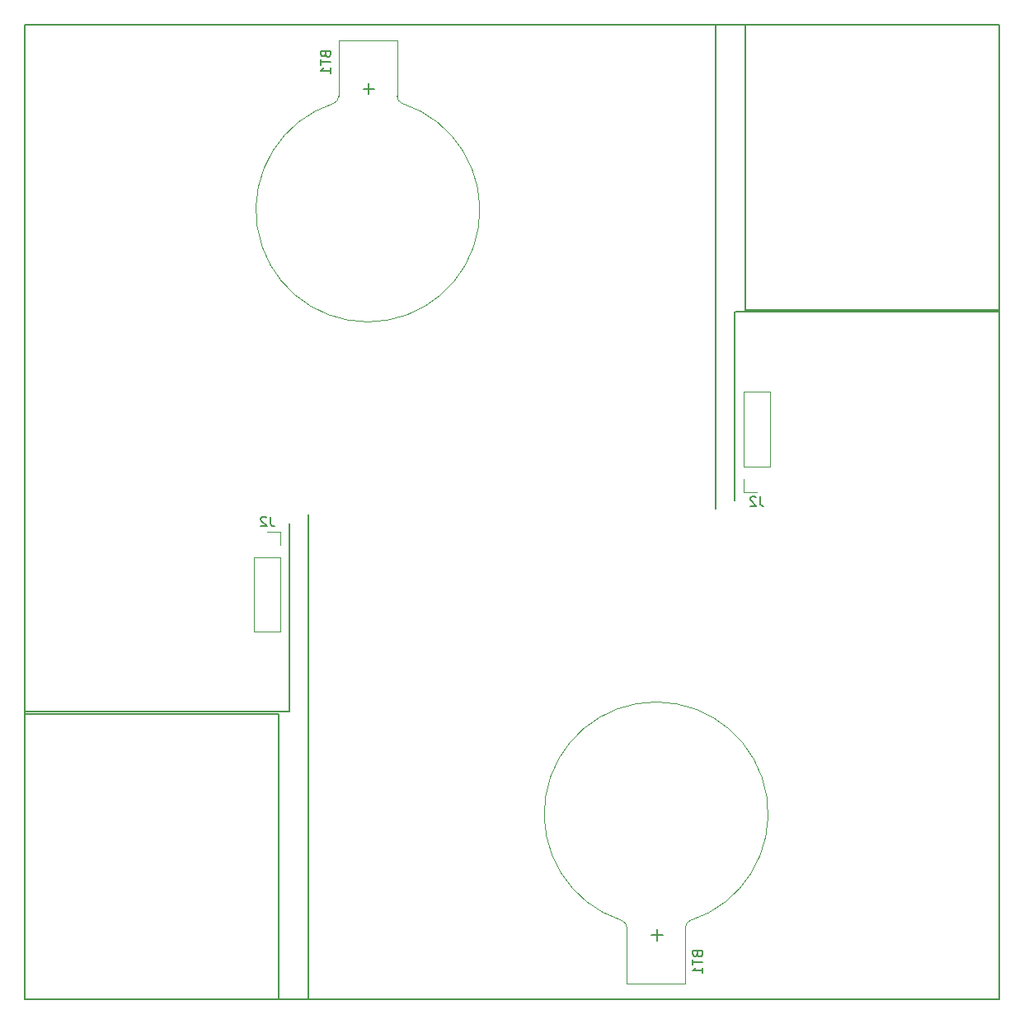
<source format=gbr>
%TF.GenerationSoftware,KiCad,Pcbnew,5.1.6-c6e7f7d~87~ubuntu20.04.1*%
%TF.CreationDate,2020-10-04T13:32:25-03:00*%
%TF.ProjectId,Placa tesis,506c6163-6120-4746-9573-69732e6b6963,rev?*%
%TF.SameCoordinates,Original*%
%TF.FileFunction,Legend,Bot*%
%TF.FilePolarity,Positive*%
%FSLAX46Y46*%
G04 Gerber Fmt 4.6, Leading zero omitted, Abs format (unit mm)*
G04 Created by KiCad (PCBNEW 5.1.6-c6e7f7d~87~ubuntu20.04.1) date 2020-10-04 13:32:25*
%MOMM*%
%LPD*%
G01*
G04 APERTURE LIST*
%ADD10C,0.150000*%
%TA.AperFunction,Profile*%
%ADD11C,0.150000*%
%TD*%
%ADD12C,0.120000*%
G04 APERTURE END LIST*
D10*
X111861600Y-141376400D02*
X111861600Y-91694000D01*
X109829600Y-111937800D02*
X82804000Y-111937800D01*
X109949801Y-111937800D02*
X109949801Y-92608400D01*
X108839000Y-141376400D02*
X108839000Y-112141000D01*
X108839000Y-112141000D02*
X82804000Y-112141000D01*
D11*
X82804000Y-141408200D02*
X182805200Y-141406200D01*
X82804000Y-91414600D02*
X82804000Y-141408200D01*
X182803800Y-91414600D02*
X182805200Y-141406200D01*
D10*
X153746200Y-41427400D02*
X153746200Y-91109800D01*
X155657999Y-70866000D02*
X155657999Y-90195400D01*
X155778200Y-70866000D02*
X182803800Y-70866000D01*
X156768800Y-41427400D02*
X156768800Y-70662800D01*
X156768800Y-70662800D02*
X182803800Y-70662800D01*
D11*
X182803800Y-41395600D02*
X82802600Y-41397600D01*
X82804000Y-91414600D02*
X82802600Y-41397600D01*
X182803800Y-91414600D02*
X182803800Y-41395600D01*
D12*
%TO.C,BT1*%
X144605200Y-139806200D02*
X144605200Y-134106200D01*
X144605200Y-139806200D02*
X150605200Y-139806200D01*
X150605200Y-139806200D02*
X150604533Y-134106200D01*
X150604533Y-134106200D02*
G75*
G02*
X151090008Y-133367742I794761J6319D01*
G01*
X144078816Y-133354446D02*
G75*
G02*
X144605200Y-134106200I-273616J-751754D01*
G01*
X151090008Y-133367742D02*
G75*
G03*
X144078816Y-133354446I-3484833J10955151D01*
G01*
%TO.C,J2*%
X109000600Y-93437400D02*
X107670600Y-93437400D01*
X109000600Y-94767400D02*
X109000600Y-93437400D01*
X109000600Y-96037400D02*
X106340600Y-96037400D01*
X106340600Y-96037400D02*
X106340600Y-103717400D01*
X109000600Y-96037400D02*
X109000600Y-103717400D01*
X109000600Y-103717400D02*
X106340600Y-103717400D01*
%TO.C,BT1*%
X121002600Y-42997600D02*
X121002600Y-48697600D01*
X121002600Y-42997600D02*
X115002600Y-42997600D01*
X115002600Y-42997600D02*
X115003267Y-48697600D01*
X114517792Y-49436058D02*
G75*
G03*
X121528984Y-49449354I3484833J-10955151D01*
G01*
X121528984Y-49449354D02*
G75*
G02*
X121002600Y-48697600I273616J751754D01*
G01*
X115003267Y-48697600D02*
G75*
G02*
X114517792Y-49436058I-794761J-6319D01*
G01*
%TO.C,J2*%
X156607200Y-89366400D02*
X157937200Y-89366400D01*
X156607200Y-88036400D02*
X156607200Y-89366400D01*
X156607200Y-86766400D02*
X159267200Y-86766400D01*
X159267200Y-86766400D02*
X159267200Y-79086400D01*
X156607200Y-86766400D02*
X156607200Y-79086400D01*
X156607200Y-79086400D02*
X159267200Y-79086400D01*
%TD*%
%TO.C,BT1*%
D10*
X151833771Y-136820485D02*
X151881390Y-136963342D01*
X151929009Y-137010961D01*
X152024247Y-137058580D01*
X152167104Y-137058580D01*
X152262342Y-137010961D01*
X152309961Y-136963342D01*
X152357580Y-136868104D01*
X152357580Y-136487152D01*
X151357580Y-136487152D01*
X151357580Y-136820485D01*
X151405200Y-136915723D01*
X151452819Y-136963342D01*
X151548057Y-137010961D01*
X151643295Y-137010961D01*
X151738533Y-136963342D01*
X151786152Y-136915723D01*
X151833771Y-136820485D01*
X151833771Y-136487152D01*
X151357580Y-137344295D02*
X151357580Y-137915723D01*
X152357580Y-137630009D02*
X151357580Y-137630009D01*
X152357580Y-138772866D02*
X152357580Y-138201438D01*
X152357580Y-138487152D02*
X151357580Y-138487152D01*
X151500438Y-138391914D01*
X151595676Y-138296676D01*
X151643295Y-138201438D01*
X147712342Y-134284771D02*
X147712342Y-135427628D01*
X148283771Y-134856200D02*
X147140914Y-134856200D01*
%TO.C,J2*%
X108003933Y-91889780D02*
X108003933Y-92604066D01*
X108051552Y-92746923D01*
X108146790Y-92842161D01*
X108289647Y-92889780D01*
X108384885Y-92889780D01*
X107575361Y-91985019D02*
X107527742Y-91937400D01*
X107432504Y-91889780D01*
X107194409Y-91889780D01*
X107099171Y-91937400D01*
X107051552Y-91985019D01*
X107003933Y-92080257D01*
X107003933Y-92175495D01*
X107051552Y-92318352D01*
X107622980Y-92889780D01*
X107003933Y-92889780D01*
%TO.C,BT1*%
X113631171Y-44411885D02*
X113678790Y-44554742D01*
X113726409Y-44602361D01*
X113821647Y-44649980D01*
X113964504Y-44649980D01*
X114059742Y-44602361D01*
X114107361Y-44554742D01*
X114154980Y-44459504D01*
X114154980Y-44078552D01*
X113154980Y-44078552D01*
X113154980Y-44411885D01*
X113202600Y-44507123D01*
X113250219Y-44554742D01*
X113345457Y-44602361D01*
X113440695Y-44602361D01*
X113535933Y-44554742D01*
X113583552Y-44507123D01*
X113631171Y-44411885D01*
X113631171Y-44078552D01*
X113154980Y-44935695D02*
X113154980Y-45507123D01*
X114154980Y-45221409D02*
X113154980Y-45221409D01*
X114154980Y-46364266D02*
X114154980Y-45792838D01*
X114154980Y-46078552D02*
X113154980Y-46078552D01*
X113297838Y-45983314D01*
X113393076Y-45888076D01*
X113440695Y-45792838D01*
X118109742Y-47376171D02*
X118109742Y-48519028D01*
X118681171Y-47947600D02*
X117538314Y-47947600D01*
%TO.C,J2*%
X158270533Y-89818780D02*
X158270533Y-90533066D01*
X158318152Y-90675923D01*
X158413390Y-90771161D01*
X158556247Y-90818780D01*
X158651485Y-90818780D01*
X157841961Y-89914019D02*
X157794342Y-89866400D01*
X157699104Y-89818780D01*
X157461009Y-89818780D01*
X157365771Y-89866400D01*
X157318152Y-89914019D01*
X157270533Y-90009257D01*
X157270533Y-90104495D01*
X157318152Y-90247352D01*
X157889580Y-90818780D01*
X157270533Y-90818780D01*
%TD*%
M02*

</source>
